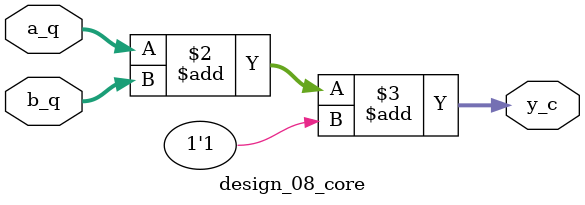
<source format=v>
module design_08_core #(
  parameter W = 16
)(
  input      [W-1:0] a_q,
  input      [W-1:0] b_q,
  output reg [W-1:0] y_c
);
  always @* begin
    y_c = a_q + b_q + 1'b1;
  end
endmodule

</source>
